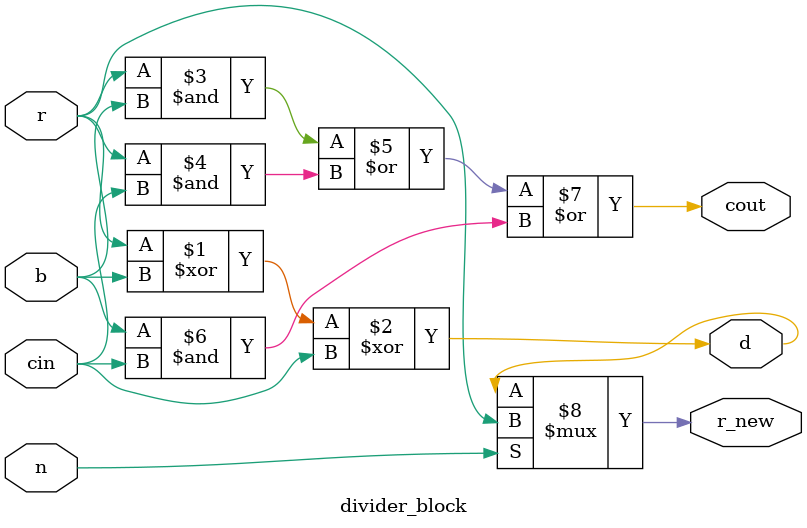
<source format=sv>

module divider_block(input logic r, b, cin, n,
                     output logic cout, d, r_new);
    assign d = r ^ b ^ cin;
    assign cout = r & b | r & cin | b & cin;
    assign r_new = n ? r : d; 
endmodule

</source>
